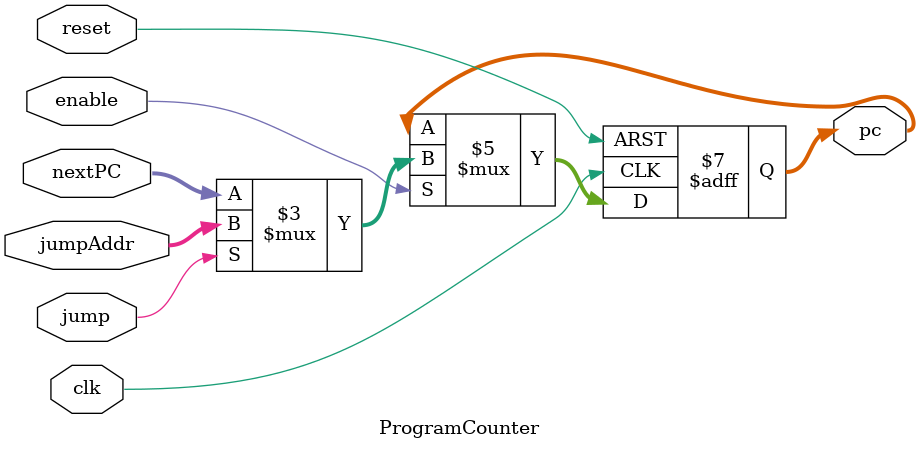
<source format=v>
module ProgramCounter(
    input clk,            
    input reset,          
    input [31:0] nextPC,  
    input enable,         
    input jump,           // Señal para realizar un salto
    input [31:0] jumpAddr, // Dirección de salto
    output reg [31:0] pc  
);

    // Inicialización y actualización del PC
    always @(posedge clk or posedge reset) begin
        if (reset) begin
            pc <= 32'b0; // Valor inicial del PC tras reset
        end else if (enable) begin
            if (jump) begin
                pc <= jumpAddr;  // Si hay salto, PC toma la dirección de salto
            end else begin
                pc <= nextPC;    // Actualiza el PC normalmente si no hay salto
            end
        end
    end

endmodule
</source>
